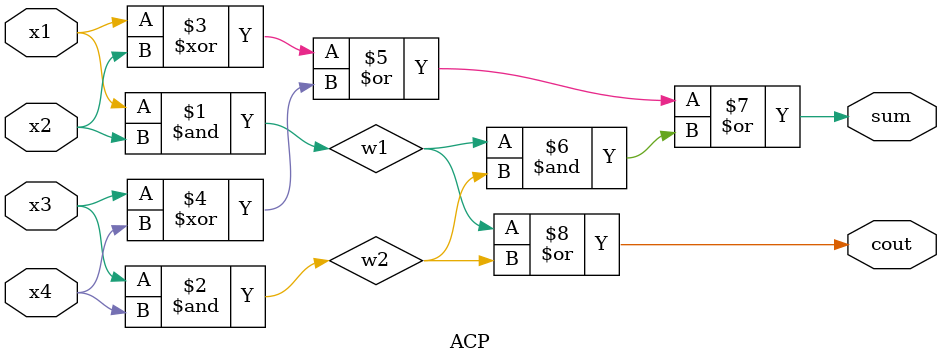
<source format=v>
/* Approximate 4-2 Compressor */

module ACP (
    input  x1, x2, x3, x4,
    output sum, cout
);
    wire   w1, w2;

    assign w1 = x1 & x2;
    assign w2 = x3 & x4;
    assign sum = (x1 ^ x2) | (x3 ^ x4) | w1 & w2;
    assign cout = w1 | w2;
    
endmodule
</source>
